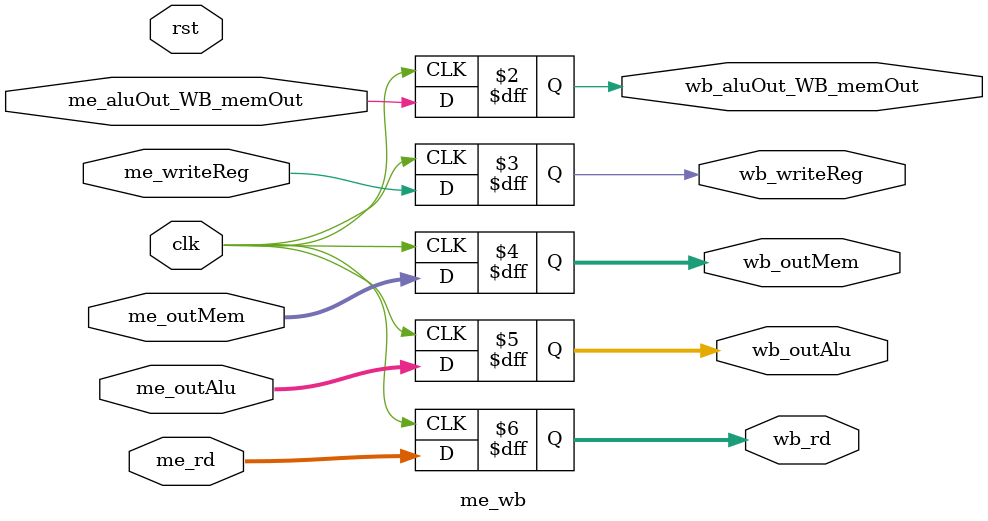
<source format=v>
module me_wb(
    input clk, rst,
    input me_aluOut_WB_memOut,
    input me_writeReg,
    input [31: 0] me_outMem,
    input [31: 0] me_outAlu,
    input [4: 0] me_rd,

    output reg wb_aluOut_WB_memOut,
    output reg wb_writeReg,
    output reg [31: 0] wb_outMem,
    output reg [31: 0] wb_outAlu,
    output reg [4: 0] wb_rd
);

always @(posedge clk) begin
    wb_aluOut_WB_memOut <= me_aluOut_WB_memOut;
    wb_writeReg <= me_writeReg;
    wb_outMem <= me_outMem;
    wb_outAlu <= me_outAlu;
    wb_rd <= me_rd;
end

endmodule
</source>
